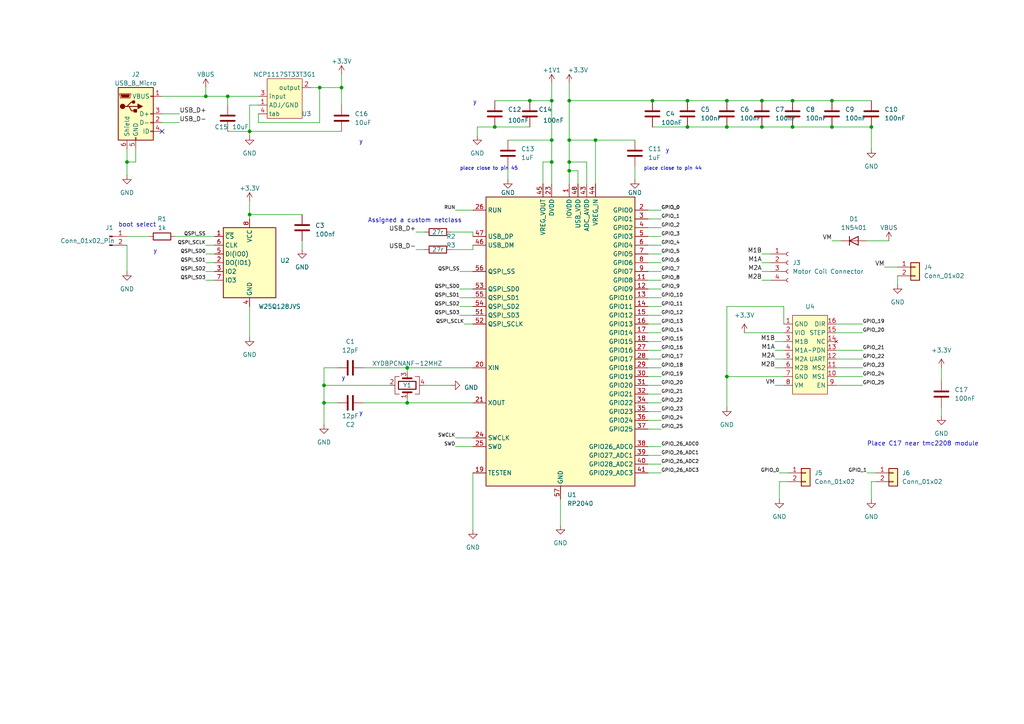
<source format=kicad_sch>
(kicad_sch (version 20230121) (generator eeschema)
  (paper "A4")
  (lib_symbols
    (symbol "CDog_Symbols:NCP1117ST33T3G"
      (property "Reference" "NCP1117ST33T3G" (at 0 0 0))
      (symbol "NCP1117ST33T3G_0_1"
        (rectangle (start 1.27 -1.27) (end 11.43 -12.7) (fill (type background)))
      )
      (symbol "NCP1117ST33T3G_1_1"
        (pin power_in line (at -1.27 -8.89 0) (length 2.54) (name "ADJ/GND") (number "1"))
        (pin power_out line (at 13.97 -3.81 180) (length 2.54) (name "output") (number "2"))
        (pin power_in line (at -1.27 -6.35 0) (length 2.54) (name "input") (number "3"))
        (pin power_in line (at -1.27 -11.43 0) (length 2.54) (name "tab") (number "4"))
      )
    )
    (symbol "CDog_symbols:TMC2208"
      (property "Reference" "U" (at 0 -11.43 0))
      (symbol "TMC2208_1_1"
        (rectangle (start -5.08 10.16) (end 5.08 -12.7) (fill (type background)))
        (pin power_in line (at -7.62 7.62 0) (length 2.54) (name "GND") (number "1"))
        (pin output line (at 7.62 -7.62 180) (length 2.54) (name "MS1") (number "10"))
        (pin output line (at 7.62 -5.08 180) (length 2.54) (name "MS2") (number "11"))
        (pin bidirectional line (at 7.62 -2.54 180) (length 2.54) (name "UART") (number "12"))
        (pin bidirectional line (at 7.62 0 180) (length 2.54) (name "PDN") (number "13"))
        (pin no_connect line (at 7.62 2.54 180) (length 2.54) (name "NC") (number "14"))
        (pin output line (at 7.62 5.08 180) (length 2.54) (name "STEP") (number "15"))
        (pin output line (at 7.62 7.62 180) (length 2.54) (name "DIR") (number "16"))
        (pin power_in line (at -7.62 5.08 0) (length 2.54) (name "VIO") (number "2"))
        (pin output line (at -7.62 2.54 0) (length 2.54) (name "M1B") (number "3"))
        (pin output line (at -7.62 0 0) (length 2.54) (name "M1A") (number "4"))
        (pin output line (at -7.62 -2.54 0) (length 2.54) (name "M2A") (number "5"))
        (pin output line (at -7.62 -5.08 0) (length 2.54) (name "M2B") (number "6"))
        (pin power_in line (at -7.62 -7.62 0) (length 2.54) (name "GND") (number "7"))
        (pin power_in line (at -7.62 -10.16 0) (length 2.54) (name "VM") (number "8"))
        (pin input line (at 7.62 -10.16 180) (length 2.54) (name "EN") (number "9"))
      )
    )
    (symbol "Connector:Conn_01x02_Pin" (pin_names (offset 1.016) hide)
      (property "Reference" "J" (at 0 2.54 0))
      (property "Value" "Conn_01x02_Pin" (at 0 -5.08 0))
      (symbol "Conn_01x02_Pin_1_1"
        (polyline (pts (xy 1.27 -2.54) (xy 0.8636 -2.54)) (stroke (width 0.1524)))
        (polyline (pts (xy 1.27 0) (xy 0.8636 0)) (stroke (width 0.1524)))
        (rectangle (start 0.8636 -2.413) (end 0 -2.667) (stroke (width 0.1524)) (fill (type outline)))
        (rectangle (start 0.8636 0.127) (end 0 -0.127) (stroke (width 0.1524)) (fill (type outline)))
        (pin passive line (at 5.08 0 180) (length 3.81) (name "Pin_1") (number "1"))
        (pin passive line (at 5.08 -2.54 180) (length 3.81) (name "Pin_2") (number "2"))
      )
    )
    (symbol "Connector:Conn_01x04_Socket" (pin_names (offset 1.016) hide)
      (property "Reference" "J" (at 0 5.08 0))
      (property "Value" "Conn_01x04_Socket" (at 0 -7.62 0))
      (symbol "Conn_01x04_Socket_1_1"
        (arc (start 0 -4.572) (mid -0.5058 -5.08) (end 0 -5.588) (stroke (width 0.1524)))
        (arc (start 0 -2.032) (mid -0.5058 -2.54) (end 0 -3.048) (stroke (width 0.1524)))
        (polyline (pts (xy -1.27 -5.08) (xy -0.508 -5.08)) (stroke (width 0.1524)))
        (polyline (pts (xy -1.27 -2.54) (xy -0.508 -2.54)) (stroke (width 0.1524)))
        (polyline (pts (xy -1.27 0) (xy -0.508 0)) (stroke (width 0.1524)))
        (polyline (pts (xy -1.27 2.54) (xy -0.508 2.54)) (stroke (width 0.1524)))
        (arc (start 0 0.508) (mid -0.5058 0) (end 0 -0.508) (stroke (width 0.1524)))
        (arc (start 0 3.048) (mid -0.5058 2.54) (end 0 2.032) (stroke (width 0.1524)))
        (pin passive line (at -5.08 2.54 0) (length 3.81) (name "Pin_1") (number "1"))
        (pin passive line (at -5.08 0 0) (length 3.81) (name "Pin_2") (number "2"))
        (pin passive line (at -5.08 -2.54 0) (length 3.81) (name "Pin_3") (number "3"))
        (pin passive line (at -5.08 -5.08 0) (length 3.81) (name "Pin_4") (number "4"))
      )
    )
    (symbol "Connector:USB_B_Micro" (pin_names (offset 1.016))
      (property "Reference" "J" (at -5.08 11.43 0))
      (property "Value" "USB_B_Micro" (at -5.08 8.89 0))
      (symbol "USB_B_Micro_0_1"
        (rectangle (start -5.08 -7.62) (end 5.08 7.62) (stroke (width 0.254)) (fill (type background)))
        (circle (center -3.81 2.159) (radius 0.635) (stroke (width 0.254)) (fill (type outline)))
        (circle (center -0.635 3.429) (radius 0.381) (stroke (width 0.254)) (fill (type outline)))
        (rectangle (start -0.127 -7.62) (end 0.127 -6.858))
        (polyline (pts (xy -1.905 2.159) (xy 0.635 2.159)) (stroke (width 0.254)))
        (polyline (pts (xy -3.175 2.159) (xy -2.54 2.159) (xy -1.27 3.429) (xy -0.635 3.429)) (stroke (width 0.254)))
        (polyline (pts (xy -2.54 2.159) (xy -1.905 2.159) (xy -1.27 0.889) (xy 0 0.889)) (stroke (width 0.254)))
        (polyline (pts (xy 0.635 2.794) (xy 0.635 1.524) (xy 1.905 2.159) (xy 0.635 2.794)) (stroke (width 0.254)) (fill (type outline)))
        (polyline (pts (xy -4.318 5.588) (xy -1.778 5.588) (xy -2.032 4.826) (xy -4.064 4.826) (xy -4.318 5.588)) (fill (type outline)))
        (polyline (pts (xy -4.699 5.842) (xy -4.699 5.588) (xy -4.445 4.826) (xy -4.445 4.572) (xy -1.651 4.572) (xy -1.651 4.826) (xy -1.397 5.588) (xy -1.397 5.842) (xy -4.699 5.842)))
        (rectangle (start 0.254 1.27) (end -0.508 0.508) (stroke (width 0.254)) (fill (type outline)))
        (rectangle (start 5.08 -5.207) (end 4.318 -4.953))
        (rectangle (start 5.08 -2.667) (end 4.318 -2.413))
        (rectangle (start 5.08 -0.127) (end 4.318 0.127))
        (rectangle (start 5.08 4.953) (end 4.318 5.207))
      )
      (symbol "USB_B_Micro_1_1"
        (pin power_out line (at 7.62 5.08 180) (length 2.54) (name "VBUS") (number "1"))
        (pin bidirectional line (at 7.62 -2.54 180) (length 2.54) (name "D-") (number "2"))
        (pin bidirectional line (at 7.62 0 180) (length 2.54) (name "D+") (number "3"))
        (pin passive line (at 7.62 -5.08 180) (length 2.54) (name "ID") (number "4"))
        (pin power_out line (at 0 -10.16 90) (length 2.54) (name "GND") (number "5"))
        (pin passive line (at -2.54 -10.16 90) (length 2.54) (name "Shield") (number "6"))
      )
    )
    (symbol "Connector_Generic:Conn_01x02" (pin_names (offset 1.016) hide)
      (property "Reference" "J" (at 0 2.54 0))
      (property "Value" "Conn_01x02" (at 0 -5.08 0))
      (symbol "Conn_01x02_1_1"
        (rectangle (start -1.27 -2.413) (end 0 -2.667) (stroke (width 0.1524)))
        (rectangle (start -1.27 0.127) (end 0 -0.127) (stroke (width 0.1524)))
        (rectangle (start -1.27 1.27) (end 1.27 -3.81) (stroke (width 0.254)) (fill (type background)))
        (pin passive line (at -5.08 0 0) (length 3.81) (name "Pin_1") (number "1"))
        (pin passive line (at -5.08 -2.54 0) (length 3.81) (name "Pin_2") (number "2"))
      )
    )
    (symbol "Device:C" (pin_numbers hide) (pin_names (offset 0.254))
      (property "Reference" "C" (at 0.635 2.54 0))
      (property "Value" "C" (at 0.635 -2.54 0))
      (symbol "C_0_1"
        (polyline (pts (xy -2.032 -0.762) (xy 2.032 -0.762)) (stroke (width 0.508)))
        (polyline (pts (xy -2.032 0.762) (xy 2.032 0.762)) (stroke (width 0.508)))
      )
      (symbol "C_1_1"
        (pin passive line (at 0 3.81 270) (length 2.794) (name "~") (number "1"))
        (pin passive line (at 0 -3.81 90) (length 2.794) (name "~") (number "2"))
      )
    )
    (symbol "Device:Crystal_GND24" (pin_names (offset 1.016) hide)
      (property "Reference" "Y" (at 3.175 5.08 0))
      (property "Value" "Crystal_GND24" (at 3.175 3.175 0))
      (symbol "Crystal_GND24_0_1"
        (rectangle (start -1.143 2.54) (end 1.143 -2.54) (stroke (width 0.3048)))
        (polyline (pts (xy -2.54 0) (xy -2.032 0)))
        (polyline (pts (xy -2.032 -1.27) (xy -2.032 1.27)) (stroke (width 0.508)))
        (polyline (pts (xy 0 -3.81) (xy 0 -3.556)))
        (polyline (pts (xy 0 3.556) (xy 0 3.81)))
        (polyline (pts (xy 2.032 -1.27) (xy 2.032 1.27)) (stroke (width 0.508)))
        (polyline (pts (xy 2.032 0) (xy 2.54 0)))
        (polyline (pts (xy -2.54 -2.286) (xy -2.54 -3.556) (xy 2.54 -3.556) (xy 2.54 -2.286)))
        (polyline (pts (xy -2.54 2.286) (xy -2.54 3.556) (xy 2.54 3.556) (xy 2.54 2.286)))
      )
      (symbol "Crystal_GND24_1_1"
        (pin passive line (at -3.81 0 0) (length 1.27) (name "1") (number "1"))
        (pin passive line (at 0 5.08 270) (length 1.27) (name "2") (number "2"))
        (pin passive line (at 3.81 0 180) (length 1.27) (name "3") (number "3"))
        (pin passive line (at 0 -5.08 90) (length 1.27) (name "4") (number "4"))
      )
    )
    (symbol "Device:R" (pin_numbers hide) (pin_names (offset 0))
      (property "Reference" "R" (at 2.032 0 90))
      (property "Value" "R" (at 0 0 90))
      (symbol "R_0_1"
        (rectangle (start -1.016 -2.54) (end 1.016 2.54) (stroke (width 0.254)))
      )
      (symbol "R_1_1"
        (pin passive line (at 0 3.81 270) (length 1.27) (name "~") (number "1"))
        (pin passive line (at 0 -3.81 90) (length 1.27) (name "~") (number "2"))
      )
    )
    (symbol "Diode:1N5401" (pin_numbers hide) (pin_names hide)
      (property "Reference" "D" (at 0 2.54 0))
      (property "Value" "1N5401" (at 0 -2.54 0))
      (symbol "1N5401_0_1"
        (polyline (pts (xy -1.27 1.27) (xy -1.27 -1.27)) (stroke (width 0.254)))
        (polyline (pts (xy 1.27 0) (xy -1.27 0)))
        (polyline (pts (xy 1.27 1.27) (xy 1.27 -1.27) (xy -1.27 0) (xy 1.27 1.27)) (stroke (width 0.254)))
      )
      (symbol "1N5401_1_1"
        (pin passive line (at -3.81 0 0) (length 2.54) (name "K") (number "1"))
        (pin passive line (at 3.81 0 180) (length 2.54) (name "A") (number "2"))
      )
    )
    (symbol "MCU_RaspberryPi:RP2040"
      (property "Reference" "U" (at 17.78 45.72 0))
      (property "Value" "RP2040" (at 17.78 43.18 0))
      (symbol "RP2040_0_1"
        (rectangle (start -21.59 41.91) (end 21.59 -41.91) (stroke (width 0.254)) (fill (type background)))
      )
      (symbol "RP2040_1_1"
        (pin power_in line (at 2.54 45.72 270) (length 3.81) (name "IOVDD") (number "1"))
        (pin passive line (at 2.54 45.72 270) (length 3.81) hide (name "IOVDD") (number "10"))
        (pin bidirectional line (at 25.4 17.78 180) (length 3.81) (name "GPIO8") (number "11"))
        (pin bidirectional line (at 25.4 15.24 180) (length 3.81) (name "GPIO9") (number "12"))
        (pin bidirectional line (at 25.4 12.7 180) (length 3.81) (name "GPIO10") (number "13"))
        (pin bidirectional line (at 25.4 10.16 180) (length 3.81) (name "GPIO11") (number "14"))
        (pin bidirectional line (at 25.4 7.62 180) (length 3.81) (name "GPIO12") (number "15"))
        (pin bidirectional line (at 25.4 5.08 180) (length 3.81) (name "GPIO13") (number "16"))
        (pin bidirectional line (at 25.4 2.54 180) (length 3.81) (name "GPIO14") (number "17"))
        (pin bidirectional line (at 25.4 0 180) (length 3.81) (name "GPIO15") (number "18"))
        (pin input line (at -25.4 -38.1 0) (length 3.81) (name "TESTEN") (number "19"))
        (pin bidirectional line (at 25.4 38.1 180) (length 3.81) (name "GPIO0") (number "2"))
        (pin input line (at -25.4 -7.62 0) (length 3.81) (name "XIN") (number "20"))
        (pin passive line (at -25.4 -17.78 0) (length 3.81) (name "XOUT") (number "21"))
        (pin passive line (at 2.54 45.72 270) (length 3.81) hide (name "IOVDD") (number "22"))
        (pin power_in line (at -2.54 45.72 270) (length 3.81) (name "DVDD") (number "23"))
        (pin output line (at -25.4 -27.94 0) (length 3.81) (name "SWCLK") (number "24"))
        (pin bidirectional line (at -25.4 -30.48 0) (length 3.81) (name "SWD") (number "25"))
        (pin input line (at -25.4 38.1 0) (length 3.81) (name "RUN") (number "26"))
        (pin bidirectional line (at 25.4 -2.54 180) (length 3.81) (name "GPIO16") (number "27"))
        (pin bidirectional line (at 25.4 -5.08 180) (length 3.81) (name "GPIO17") (number "28"))
        (pin bidirectional line (at 25.4 -7.62 180) (length 3.81) (name "GPIO18") (number "29"))
        (pin bidirectional line (at 25.4 35.56 180) (length 3.81) (name "GPIO1") (number "3"))
        (pin bidirectional line (at 25.4 -10.16 180) (length 3.81) (name "GPIO19") (number "30"))
        (pin bidirectional line (at 25.4 -12.7 180) (length 3.81) (name "GPIO20") (number "31"))
        (pin bidirectional line (at 25.4 -15.24 180) (length 3.81) (name "GPIO21") (number "32"))
        (pin passive line (at 2.54 45.72 270) (length 3.81) hide (name "IOVDD") (number "33"))
        (pin bidirectional line (at 25.4 -17.78 180) (length 3.81) (name "GPIO22") (number "34"))
        (pin bidirectional line (at 25.4 -20.32 180) (length 3.81) (name "GPIO23") (number "35"))
        (pin bidirectional line (at 25.4 -22.86 180) (length 3.81) (name "GPIO24") (number "36"))
        (pin bidirectional line (at 25.4 -25.4 180) (length 3.81) (name "GPIO25") (number "37"))
        (pin bidirectional line (at 25.4 -30.48 180) (length 3.81) (name "GPIO26_ADC0") (number "38"))
        (pin bidirectional line (at 25.4 -33.02 180) (length 3.81) (name "GPIO27_ADC1") (number "39"))
        (pin bidirectional line (at 25.4 33.02 180) (length 3.81) (name "GPIO2") (number "4"))
        (pin bidirectional line (at 25.4 -35.56 180) (length 3.81) (name "GPIO28_ADC2") (number "40"))
        (pin bidirectional line (at 25.4 -38.1 180) (length 3.81) (name "GPIO29_ADC3") (number "41"))
        (pin passive line (at 2.54 45.72 270) (length 3.81) hide (name "IOVDD") (number "42"))
        (pin power_in line (at 7.62 45.72 270) (length 3.81) (name "ADC_AVDD") (number "43"))
        (pin power_in line (at 10.16 45.72 270) (length 3.81) (name "VREG_IN") (number "44"))
        (pin power_out line (at -5.08 45.72 270) (length 3.81) (name "VREG_VOUT") (number "45"))
        (pin bidirectional line (at -25.4 27.94 0) (length 3.81) (name "USB_DM") (number "46"))
        (pin bidirectional line (at -25.4 30.48 0) (length 3.81) (name "USB_DP") (number "47"))
        (pin power_in line (at 5.08 45.72 270) (length 3.81) (name "USB_VDD") (number "48"))
        (pin passive line (at 2.54 45.72 270) (length 3.81) hide (name "IOVDD") (number "49"))
        (pin bidirectional line (at 25.4 30.48 180) (length 3.81) (name "GPIO3") (number "5"))
        (pin passive line (at -2.54 45.72 270) (length 3.81) hide (name "DVDD") (number "50"))
        (pin bidirectional line (at -25.4 7.62 0) (length 3.81) (name "QSPI_SD3") (number "51"))
        (pin output line (at -25.4 5.08 0) (length 3.81) (name "QSPI_SCLK") (number "52"))
        (pin bidirectional line (at -25.4 15.24 0) (length 3.81) (name "QSPI_SD0") (number "53"))
        (pin bidirectional line (at -25.4 10.16 0) (length 3.81) (name "QSPI_SD2") (number "54"))
        (pin bidirectional line (at -25.4 12.7 0) (length 3.81) (name "QSPI_SD1") (number "55"))
        (pin bidirectional line (at -25.4 20.32 0) (length 3.81) (name "QSPI_SS") (number "56"))
        (pin power_in line (at 0 -45.72 90) (length 3.81) (name "GND") (number "57"))
        (pin bidirectional line (at 25.4 27.94 180) (length 3.81) (name "GPIO4") (number "6"))
        (pin bidirectional line (at 25.4 25.4 180) (length 3.81) (name "GPIO5") (number "7"))
        (pin bidirectional line (at 25.4 22.86 180) (length 3.81) (name "GPIO6") (number "8"))
        (pin bidirectional line (at 25.4 20.32 180) (length 3.81) (name "GPIO7") (number "9"))
      )
    )
    (symbol "Memory_Flash:W25Q128JVS"
      (property "Reference" "U" (at -8.89 8.89 0))
      (property "Value" "W25Q128JVS" (at 7.62 8.89 0))
      (symbol "W25Q128JVS_0_1"
        (rectangle (start -7.62 10.16) (end 7.62 -10.16) (stroke (width 0.254)) (fill (type background)))
      )
      (symbol "W25Q128JVS_1_1"
        (pin input line (at -10.16 7.62 0) (length 2.54) (name "~{CS}") (number "1"))
        (pin bidirectional line (at -10.16 0 0) (length 2.54) (name "DO(IO1)") (number "2"))
        (pin bidirectional line (at -10.16 -2.54 0) (length 2.54) (name "IO2") (number "3"))
        (pin power_in line (at 0 -12.7 90) (length 2.54) (name "GND") (number "4"))
        (pin bidirectional line (at -10.16 2.54 0) (length 2.54) (name "DI(IO0)") (number "5"))
        (pin input line (at -10.16 5.08 0) (length 2.54) (name "CLK") (number "6"))
        (pin bidirectional line (at -10.16 -5.08 0) (length 2.54) (name "IO3") (number "7"))
        (pin power_in line (at 0 12.7 270) (length 2.54) (name "VCC") (number "8"))
      )
    )
    (symbol "power:+1V1" (power) (pin_names (offset 0))
      (property "Value" "+1V1" (at 0 3.556 0))
      (symbol "+1V1_0_1"
        (polyline (pts (xy -0.762 1.27) (xy 0 2.54)))
        (polyline (pts (xy 0 0) (xy 0 2.54)))
        (polyline (pts (xy 0 2.54) (xy 0.762 1.27)))
      )
      (symbol "+1V1_1_1"
        (pin power_in line (at 0 0 90) (length 0) hide (name "+1V1") (number "1"))
      )
    )
    (symbol "power:+3.3V" (power) (pin_names (offset 0))
      (property "Value" "+3.3V" (at 0 3.556 0))
      (symbol "+3.3V_0_1"
        (polyline (pts (xy -0.762 1.27) (xy 0 2.54)))
        (polyline (pts (xy 0 0) (xy 0 2.54)))
        (polyline (pts (xy 0 2.54) (xy 0.762 1.27)))
      )
      (symbol "+3.3V_1_1"
        (pin power_in line (at 0 0 90) (length 0) hide (name "+3.3V") (number "1"))
      )
    )
    (symbol "power:GND" (power) (pin_names (offset 0))
      (property "Value" "GND" (at 0 -3.81 0))
      (symbol "GND_0_1"
        (polyline (pts (xy 0 0) (xy 0 -1.27) (xy 1.27 -1.27) (xy 0 -2.54) (xy -1.27 -1.27) (xy 0 -1.27)))
      )
      (symbol "GND_1_1"
        (pin power_in line (at 0 0 270) (length 0) hide (name "GND") (number "1"))
      )
    )
    (symbol "power:VBUS" (power) (pin_names (offset 0))
      (property "Value" "VBUS" (at 0 3.81 0))
      (symbol "VBUS_0_1"
        (polyline (pts (xy -0.762 1.27) (xy 0 2.54)))
        (polyline (pts (xy 0 0) (xy 0 2.54)))
        (polyline (pts (xy 0 2.54) (xy 0.762 1.27)))
      )
      (symbol "VBUS_1_1"
        (pin power_in line (at 0 0 90) (length 0) hide (name "VBUS") (number "1"))
      )
    )
  )
  (junction (at 199.39 29.21))
  (junction (at 210.82 109.22))
  (junction (at 241.3 36.83))
  (junction (at 66.04 27.94))
  (junction (at 118.11 106.68))
  (junction (at 160.02 46.99))
  (junction (at 36.83 46.99))
  (junction (at 172.72 40.64))
  (junction (at 93.98 116.84))
  (junction (at 210.82 36.83))
  (junction (at 199.39 36.83))
  (junction (at 241.3 29.21))
  (junction (at 165.1 49.53))
  (junction (at 160.02 29.21))
  (junction (at 93.98 111.76))
  (junction (at 220.98 36.83))
  (junction (at 153.67 29.21))
  (junction (at 210.82 29.21))
  (junction (at 220.98 29.21))
  (junction (at 59.69 27.94))
  (junction (at 189.23 29.21))
  (junction (at 143.51 36.83))
  (junction (at 229.87 36.83))
  (junction (at 165.1 40.64))
  (junction (at 165.1 46.99))
  (junction (at 229.87 29.21))
  (junction (at 165.1 29.21))
  (junction (at 99.06 25.4))
  (junction (at 72.39 38.1))
  (junction (at 118.11 116.84))
  (junction (at 160.02 40.64))
  (junction (at 252.73 36.83))
  (junction (at 72.39 62.23))
  (junction (at 92.71 25.4))
  (no_connect (at 46.99 38.1))
  (wire (pts (xy 187.96 132.08) (xy 191.77 132.08)))
  (wire (pts (xy 187.96 137.16) (xy 191.77 137.16)))
  (wire (pts (xy 215.9 96.52) (xy 227.33 96.52)))
  (wire (pts (xy 170.18 53.34) (xy 170.18 46.99)))
  (wire (pts (xy 160.02 40.64) (xy 160.02 46.99)))
  (wire (pts (xy 184.15 48.26) (xy 184.15 52.07)))
  (wire (pts (xy 187.96 60.96) (xy 191.77 60.96)))
  (wire (pts (xy 229.87 36.83) (xy 241.3 36.83)))
  (wire (pts (xy 157.48 46.99) (xy 160.02 46.99)))
  (wire (pts (xy 120.65 67.31) (xy 123.19 67.31)))
  (wire (pts (xy 153.67 29.21) (xy 160.02 29.21)))
  (wire (pts (xy 187.96 104.14) (xy 191.77 104.14)))
  (wire (pts (xy 147.32 40.64) (xy 160.02 40.64)))
  (wire (pts (xy 252.73 36.83) (xy 252.73 43.18)))
  (wire (pts (xy 36.83 71.12) (xy 36.83 78.74)))
  (wire (pts (xy 36.83 46.99) (xy 36.83 50.8)))
  (wire (pts (xy 160.02 29.21) (xy 160.02 40.64)))
  (wire (pts (xy 242.57 101.6) (xy 250.19 101.6)))
  (wire (pts (xy 226.06 137.16) (xy 228.6 137.16)))
  (wire (pts (xy 220.98 81.28) (xy 223.52 81.28)))
  (wire (pts (xy 97.79 106.68) (xy 93.98 106.68)))
  (wire (pts (xy 74.93 35.56) (xy 74.93 33.02)))
  (wire (pts (xy 36.83 46.99) (xy 39.37 46.99)))
  (wire (pts (xy 157.48 53.34) (xy 157.48 46.99)))
  (wire (pts (xy 97.79 116.84) (xy 93.98 116.84)))
  (wire (pts (xy 187.96 68.58) (xy 191.77 68.58)))
  (wire (pts (xy 273.05 106.68) (xy 273.05 110.49)))
  (wire (pts (xy 220.98 73.66) (xy 223.52 73.66)))
  (wire (pts (xy 187.96 111.76) (xy 191.77 111.76)))
  (wire (pts (xy 224.79 106.68) (xy 227.33 106.68)))
  (wire (pts (xy 74.93 30.48) (xy 72.39 30.48)))
  (wire (pts (xy 224.79 99.06) (xy 227.33 99.06)))
  (wire (pts (xy 220.98 76.2) (xy 223.52 76.2)))
  (wire (pts (xy 59.69 27.94) (xy 66.04 27.94)))
  (wire (pts (xy 162.56 144.78) (xy 162.56 152.4)))
  (wire (pts (xy 93.98 111.76) (xy 113.03 111.76)))
  (wire (pts (xy 187.96 71.12) (xy 191.77 71.12)))
  (wire (pts (xy 224.79 101.6) (xy 227.33 101.6)))
  (wire (pts (xy 187.96 116.84) (xy 191.77 116.84)))
  (wire (pts (xy 242.57 109.22) (xy 250.19 109.22)))
  (wire (pts (xy 147.32 48.26) (xy 147.32 52.07)))
  (wire (pts (xy 220.98 78.74) (xy 223.52 78.74)))
  (wire (pts (xy 165.1 29.21) (xy 165.1 40.64)))
  (wire (pts (xy 118.11 116.84) (xy 118.11 115.57)))
  (wire (pts (xy 187.96 134.62) (xy 191.77 134.62)))
  (wire (pts (xy 39.37 43.18) (xy 39.37 46.99)))
  (wire (pts (xy 92.71 25.4) (xy 92.71 35.56)))
  (wire (pts (xy 189.23 29.21) (xy 199.39 29.21)))
  (wire (pts (xy 66.04 27.94) (xy 74.93 27.94)))
  (wire (pts (xy 226.06 139.7) (xy 226.06 144.78)))
  (wire (pts (xy 72.39 62.23) (xy 72.39 63.5)))
  (wire (pts (xy 36.83 68.58) (xy 43.18 68.58)))
  (wire (pts (xy 59.69 73.66) (xy 62.23 73.66)))
  (wire (pts (xy 137.16 116.84) (xy 118.11 116.84)))
  (wire (pts (xy 251.46 69.85) (xy 257.81 69.85)))
  (wire (pts (xy 99.06 30.48) (xy 99.06 25.4)))
  (wire (pts (xy 242.57 111.76) (xy 250.19 111.76)))
  (wire (pts (xy 143.51 29.21) (xy 153.67 29.21)))
  (wire (pts (xy 46.99 33.02) (xy 52.07 33.02)))
  (wire (pts (xy 72.39 58.42) (xy 72.39 62.23)))
  (wire (pts (xy 241.3 69.85) (xy 243.84 69.85)))
  (wire (pts (xy 242.57 104.14) (xy 250.19 104.14)))
  (wire (pts (xy 160.02 46.99) (xy 160.02 53.34)))
  (wire (pts (xy 165.1 24.13) (xy 165.1 29.21)))
  (wire (pts (xy 242.57 93.98) (xy 250.19 93.98)))
  (wire (pts (xy 137.16 68.58) (xy 137.16 67.31)))
  (wire (pts (xy 187.96 83.82) (xy 191.77 83.82)))
  (wire (pts (xy 210.82 29.21) (xy 220.98 29.21)))
  (wire (pts (xy 187.96 114.3) (xy 191.77 114.3)))
  (wire (pts (xy 120.65 72.39) (xy 123.19 72.39)))
  (wire (pts (xy 187.96 109.22) (xy 191.77 109.22)))
  (wire (pts (xy 59.69 78.74) (xy 62.23 78.74)))
  (wire (pts (xy 137.16 137.16) (xy 137.16 153.67)))
  (wire (pts (xy 165.1 40.64) (xy 172.72 40.64)))
  (wire (pts (xy 187.96 119.38) (xy 191.77 119.38)))
  (wire (pts (xy 134.62 93.98) (xy 137.16 93.98)))
  (wire (pts (xy 256.54 77.47) (xy 260.35 77.47)))
  (wire (pts (xy 59.69 25.4) (xy 59.69 27.94)))
  (wire (pts (xy 187.96 78.74) (xy 191.77 78.74)))
  (wire (pts (xy 137.16 71.12) (xy 137.16 72.39)))
  (wire (pts (xy 187.96 99.06) (xy 191.77 99.06)))
  (wire (pts (xy 260.35 80.01) (xy 260.35 82.55)))
  (wire (pts (xy 224.79 104.14) (xy 227.33 104.14)))
  (wire (pts (xy 133.35 78.74) (xy 137.16 78.74)))
  (wire (pts (xy 187.96 86.36) (xy 191.77 86.36)))
  (wire (pts (xy 273.05 118.11) (xy 273.05 120.65)))
  (wire (pts (xy 132.08 129.54) (xy 137.16 129.54)))
  (wire (pts (xy 170.18 46.99) (xy 165.1 46.99)))
  (wire (pts (xy 187.96 66.04) (xy 191.77 66.04)))
  (wire (pts (xy 241.3 36.83) (xy 252.73 36.83)))
  (wire (pts (xy 242.57 96.52) (xy 250.19 96.52)))
  (wire (pts (xy 133.35 88.9) (xy 137.16 88.9)))
  (wire (pts (xy 189.23 36.83) (xy 199.39 36.83)))
  (wire (pts (xy 172.72 40.64) (xy 184.15 40.64)))
  (wire (pts (xy 59.69 81.28) (xy 62.23 81.28)))
  (wire (pts (xy 105.41 106.68) (xy 118.11 106.68)))
  (wire (pts (xy 165.1 40.64) (xy 165.1 46.99)))
  (wire (pts (xy 59.69 71.12) (xy 62.23 71.12)))
  (wire (pts (xy 187.96 101.6) (xy 191.77 101.6)))
  (wire (pts (xy 187.96 73.66) (xy 191.77 73.66)))
  (wire (pts (xy 138.43 36.83) (xy 138.43 39.37)))
  (wire (pts (xy 132.08 127) (xy 137.16 127)))
  (wire (pts (xy 242.57 106.68) (xy 250.19 106.68)))
  (wire (pts (xy 210.82 109.22) (xy 227.33 109.22)))
  (wire (pts (xy 133.35 91.44) (xy 137.16 91.44)))
  (wire (pts (xy 123.19 111.76) (xy 130.81 111.76)))
  (wire (pts (xy 105.41 116.84) (xy 118.11 116.84)))
  (wire (pts (xy 210.82 109.22) (xy 210.82 118.11)))
  (wire (pts (xy 72.39 88.9) (xy 72.39 97.79)))
  (wire (pts (xy 252.73 139.7) (xy 252.73 144.78)))
  (wire (pts (xy 229.87 29.21) (xy 241.3 29.21)))
  (wire (pts (xy 187.96 106.68) (xy 191.77 106.68)))
  (wire (pts (xy 72.39 30.48) (xy 72.39 38.1)))
  (wire (pts (xy 227.33 93.98) (xy 227.33 88.9)))
  (wire (pts (xy 187.96 76.2) (xy 191.77 76.2)))
  (wire (pts (xy 87.63 69.85) (xy 87.63 72.39)))
  (wire (pts (xy 133.35 86.36) (xy 137.16 86.36)))
  (wire (pts (xy 137.16 72.39) (xy 130.81 72.39)))
  (wire (pts (xy 66.04 38.1) (xy 72.39 38.1)))
  (wire (pts (xy 167.64 49.53) (xy 165.1 49.53)))
  (wire (pts (xy 59.69 76.2) (xy 62.23 76.2)))
  (wire (pts (xy 46.99 35.56) (xy 52.07 35.56)))
  (wire (pts (xy 187.96 63.5) (xy 191.77 63.5)))
  (wire (pts (xy 99.06 21.59) (xy 99.06 25.4)))
  (wire (pts (xy 93.98 116.84) (xy 93.98 123.19)))
  (wire (pts (xy 199.39 36.83) (xy 210.82 36.83)))
  (wire (pts (xy 72.39 38.1) (xy 72.39 39.37)))
  (wire (pts (xy 254 139.7) (xy 252.73 139.7)))
  (wire (pts (xy 224.79 111.76) (xy 227.33 111.76)))
  (wire (pts (xy 187.96 81.28) (xy 191.77 81.28)))
  (wire (pts (xy 199.39 29.21) (xy 210.82 29.21)))
  (wire (pts (xy 143.51 36.83) (xy 138.43 36.83)))
  (wire (pts (xy 228.6 139.7) (xy 226.06 139.7)))
  (wire (pts (xy 72.39 62.23) (xy 87.63 62.23)))
  (wire (pts (xy 187.96 93.98) (xy 191.77 93.98)))
  (wire (pts (xy 172.72 40.64) (xy 172.72 53.34)))
  (wire (pts (xy 241.3 29.21) (xy 252.73 29.21)))
  (wire (pts (xy 227.33 88.9) (xy 210.82 88.9)))
  (wire (pts (xy 92.71 25.4) (xy 99.06 25.4)))
  (wire (pts (xy 220.98 36.83) (xy 229.87 36.83)))
  (wire (pts (xy 187.96 129.54) (xy 191.77 129.54)))
  (wire (pts (xy 133.35 83.82) (xy 137.16 83.82)))
  (wire (pts (xy 220.98 29.21) (xy 229.87 29.21)))
  (wire (pts (xy 36.83 43.18) (xy 36.83 46.99)))
  (wire (pts (xy 165.1 29.21) (xy 189.23 29.21)))
  (wire (pts (xy 251.46 137.16) (xy 254 137.16)))
  (wire (pts (xy 143.51 36.83) (xy 153.67 36.83)))
  (wire (pts (xy 93.98 111.76) (xy 93.98 116.84)))
  (wire (pts (xy 165.1 49.53) (xy 165.1 46.99)))
  (wire (pts (xy 118.11 106.68) (xy 118.11 107.95)))
  (wire (pts (xy 66.04 27.94) (xy 66.04 30.48)))
  (wire (pts (xy 46.99 27.94) (xy 59.69 27.94)))
  (wire (pts (xy 93.98 106.68) (xy 93.98 111.76)))
  (wire (pts (xy 50.8 68.58) (xy 62.23 68.58)))
  (wire (pts (xy 92.71 35.56) (xy 74.93 35.56)))
  (wire (pts (xy 160.02 24.13) (xy 160.02 29.21)))
  (wire (pts (xy 165.1 53.34) (xy 165.1 49.53)))
  (wire (pts (xy 210.82 36.83) (xy 220.98 36.83)))
  (wire (pts (xy 187.96 96.52) (xy 191.77 96.52)))
  (wire (pts (xy 137.16 67.31) (xy 130.81 67.31)))
  (wire (pts (xy 72.39 38.1) (xy 99.06 38.1)))
  (wire (pts (xy 167.64 53.34) (xy 167.64 49.53)))
  (wire (pts (xy 90.17 25.4) (xy 92.71 25.4)))
  (wire (pts (xy 187.96 91.44) (xy 191.77 91.44)))
  (wire (pts (xy 137.16 106.68) (xy 118.11 106.68)))
  (wire (pts (xy 210.82 88.9) (xy 210.82 109.22)))
  (wire (pts (xy 187.96 121.92) (xy 191.77 121.92)))
  (wire (pts (xy 187.96 88.9) (xy 191.77 88.9)))
  (wire (pts (xy 132.08 60.96) (xy 137.16 60.96)))
  (wire (pts (xy 187.96 124.46) (xy 191.77 124.46)))
  (text "y" (at 137.16 30.48 0) (effects (font (size 1.27 1.27)) (justify left bottom)))
  (text "place close to pin 45" (at 133.35 49.53 0) (effects (font (size 1 1)) (justify left bottom)))
  (text "Place C17 near tmc2208 module" (at 251.46 129.54 0) (effects (font (size 1.27 1.27)) (justify left bottom)))
  (text "y" (at 104.14 41.91 0) (effects (font (size 1.27 1.27)) (justify left bottom)))
  (text "boot select" (at 34.29 66.04 0) (effects (font (size 1.27 1.27)) (justify left bottom)))
  (text "y" (at 193.04 44.45 0) (effects (font (size 1.27 1.27)) (justify left bottom)))
  (text "y" (at 44.45 73.66 0) (effects (font (size 1.27 1.27)) (justify left bottom)))
  (text "place close to pin 44" (at 186.69 49.53 0) (effects (font (size 1 1)) (justify left bottom)))
  (text "Assigned a custom netclass" (at 106.68 64.77 0) (effects (font (size 1.27 1.27)) (justify left bottom)))
  (text "y" (at 104.14 120.65 0) (effects (font (size 1.27 1.27)) (justify left bottom)))
  (text "y" (at 99.06 110.49 0) (effects (font (size 1.27 1.27)) (justify left bottom)))
  (label "GPIO_5" (at 191.77 73.66 0) (effects (font (size 1 1))))
  (label "USB_D+" (at 52.07 33.02 0))
  (label "GPIO_11" (at 191.77 88.9 0) (effects (font (size 1 1))))
  (label "GPIO_21" (at 191.77 114.3 0) (effects (font (size 1 1))))
  (label "GPIO_12" (at 191.77 91.44 0) (effects (font (size 1 1))))
  (label "GPIO_26_ADC1" (at 191.77 132.08 0) (effects (font (size 1 1))))
  (label "GPIO_15" (at 191.77 99.06 0) (effects (font (size 1 1))))
  (label "GPIO_16" (at 191.77 101.6 0) (effects (font (size 1 1))))
  (label "GPIO_26_ADC0" (at 191.77 129.54 0) (effects (font (size 1 1))))
  (label "GPIO_9" (at 191.77 83.82 0) (effects (font (size 1 1))))
  (label "GPIO_4" (at 191.77 71.12 0) (effects (font (size 1 1))))
  (label "RUN" (at 132.08 60.96 180) (effects (font (size 1 1))))
  (label "QSPI_SD0" (at 133.35 83.82 180) (effects (font (size 1 1))))
  (label "QSPI_SCLK" (at 134.62 93.98 180) (effects (font (size 1 1))))
  (label "GPIO_21" (at 250.19 101.6 0) (effects (font (size 1 1))))
  (label "GPIO_18" (at 191.77 106.68 0) (effects (font (size 1 1))))
  (label "GPIO_24" (at 191.77 121.92 0) (effects (font (size 1 1))))
  (label "VM" (at 256.54 77.47 180))
  (label "GPIO_19" (at 250.19 93.98 0) (effects (font (size 1 1))))
  (label "GPIO_24" (at 250.19 109.22 0) (effects (font (size 1 1))))
  (label "VM" (at 241.3 69.85 180))
  (label "QSPI_SS" (at 133.35 78.74 180) (effects (font (size 1 1))))
  (label "USB_D-" (at 120.65 72.39 180))
  (label "GPIO_1" (at 251.46 137.16 180) (effects (font (size 1 1))))
  (label "USB_D-" (at 52.07 35.56 0))
  (label "GPIO_17" (at 191.77 104.14 0) (effects (font (size 1 1))))
  (label "GPIO_23" (at 250.19 106.68 0) (effects (font (size 1 1))))
  (label "GPIO_19" (at 191.77 109.22 0) (effects (font (size 1 1))))
  (label "QSPI_SCLK" (at 59.69 71.12 180) (effects (font (size 1 1))))
  (label "GPIO_7" (at 191.77 78.74 0) (effects (font (size 1 1))))
  (label "QSPI_SD3" (at 133.35 91.44 180) (effects (font (size 1 1))))
  (label "GPIO_26_ADC3" (at 191.77 137.16 0) (effects (font (size 1 1))))
  (label "GPIO_1" (at 191.77 63.5 0) (effects (font (size 1 1))))
  (label "SWCLK" (at 132.08 127 180) (effects (font (size 1 1))))
  (label "VM" (at 224.79 111.76 180))
  (label "GPIO_2" (at 191.77 66.04 0) (effects (font (size 1 1))))
  (label "GPIO_20" (at 191.77 111.76 0) (effects (font (size 1 1))))
  (label "SWD" (at 132.08 129.54 180) (effects (font (size 1 1))))
  (label "M2A" (at 224.79 104.14 180))
  (label "M1B" (at 224.79 99.06 180))
  (label "GPIO_0" (at 191.77 60.96 0) (effects (font (size 1 1))))
  (label "QSPI_SD1" (at 133.35 86.36 180) (effects (font (size 1 1))))
  (label "QSPI_SS" (at 59.69 68.58 180) (effects (font (size 1 1))))
  (label "GPIO_20" (at 250.19 96.52 0) (effects (font (size 1 1))))
  (label "GPIO_14" (at 191.77 96.52 0) (effects (font (size 1 1))))
  (label "M2B" (at 224.79 106.68 180))
  (label "QSPI_SD2" (at 133.35 88.9 180) (effects (font (size 1 1))))
  (label "M2B" (at 220.98 81.28 180))
  (label "GPIO_0" (at 226.06 137.16 180) (effects (font (size 1 1))))
  (label "GPIO_10" (at 191.77 86.36 0) (effects (font (size 1 1))))
  (label "GPIO_25" (at 250.19 111.76 0) (effects (font (size 1 1))))
  (label "USB_D+" (at 120.65 67.31 180))
  (label "QSPI_SD0" (at 59.69 73.66 180) (effects (font (size 1 1))))
  (label "QSPI_SD2" (at 59.69 78.74 180) (effects (font (size 1 1))))
  (label "GPIO_22" (at 250.19 104.14 0) (effects (font (size 1 1))))
  (label "GPIO_26_ADC2" (at 191.77 134.62 0) (effects (font (size 1 1))))
  (label "GPIO_23" (at 191.77 119.38 0) (effects (font (size 1 1))))
  (label "GPIO_6" (at 191.77 76.2 0) (effects (font (size 1 1))))
  (label "QSPI_SD1" (at 59.69 76.2 180) (effects (font (size 1 1))))
  (label "GPIO_0" (at 191.77 60.96 0) (effects (font (size 1 1))))
  (label "M1A" (at 224.79 101.6 180))
  (label "M1A" (at 220.98 76.2 180))
  (label "GPIO_3" (at 191.77 68.58 0) (effects (font (size 1 1))))
  (label "GPIO_25" (at 191.77 124.46 0) (effects (font (size 1 1))))
  (label "M2A" (at 220.98 78.74 180))
  (label "GPIO_22" (at 191.77 116.84 0) (effects (font (size 1 1))))
  (label "QSPI_SD3" (at 59.69 81.28 180) (effects (font (size 1 1))))
  (label "GPIO_8" (at 191.77 81.28 0) (effects (font (size 1 1))))
  (label "GPIO_13" (at 191.77 93.98 0) (effects (font (size 1 1))))
  (label "M1B" (at 220.98 73.66 180))
  (symbol (lib_id "power:GND") (at 137.16 153.67 0) (unit 1)
    (property "Reference" "#PWR017" (effects hide))
    (property "Value" "GND" (at 137.16 158.75 0))
  )
  (symbol (lib_id "Device:C") (at 210.82 33.02 0) (unit 1)
    (property "Reference" "C6" (at 214.63 31.75 0) (effects (justify left)))
    (property "Value" "100nF" (at 214.63 34.29 0) (effects (justify left)))
    (property "Footprint" "Capacitor_SMD:C_0402_1005Metric" (effects hide))
    (property "LCSC" "C1525" (effects hide))
  )
  (symbol (lib_id "power:GND") (at 72.39 97.79 0) (unit 1)
    (property "Reference" "#PWR03" (effects hide))
    (property "Value" "GND" (at 72.39 102.87 0))
  )
  (symbol (lib_id "Connector:USB_B_Micro") (at 39.37 33.02 0) (unit 1)
    (property "Reference" "J2" (at 39.37 21.59 0))
    (property "Value" "USB_B_Micro" (at 39.37 24.13 0))
    (property "Footprint" "CDog:MICRO-USB-SMD_C393940" (effects hide))
    (property "LCSC" "C393940" (effects hide))
  )
  (symbol (lib_id "Device:R") (at 127 72.39 270) (unit 1)
    (property "Reference" "R3" (at 130.81 71.12 90))
    (property "Value" "27r" (at 127 72.39 90))
    (property "Footprint" "Resistor_SMD:R_0402_1005Metric" (effects hide))
    (property "LCSC" "C2909343" (effects hide))
  )
  (symbol (lib_id "Connector:Conn_01x02_Pin") (at 31.75 68.58 0) (unit 1)
    (property "Reference" "J1" (at 31.75 66.04 0))
    (property "Value" "Conn_01x02_Pin" (at 25.4 69.85 0))
    (property "Footprint" "Connector_PinHeader_2.54mm:PinHeader_1x02_P2.54mm_Vertical" (effects hide))
  )
  (symbol (lib_id "power:GND") (at 130.81 111.76 90) (unit 1)
    (property "Reference" "#PWR01" (effects hide))
    (property "Value" "GND" (at 134.62 112.395 90) (effects (justify right)))
  )
  (symbol (lib_id "Device:C") (at 220.98 33.02 0) (unit 1)
    (property "Reference" "C7" (at 224.79 31.75 0) (effects (justify left)))
    (property "Value" "100nF" (at 224.79 34.29 0) (effects (justify left)))
    (property "Footprint" "Capacitor_SMD:C_0402_1005Metric" (effects hide))
    (property "LCSC" "C1525" (effects hide))
  )
  (symbol (lib_id "power:GND") (at 93.98 123.19 0) (unit 1)
    (property "Reference" "#PWR02" (effects hide))
    (property "Value" "GND" (at 93.98 128.27 0))
  )
  (symbol (lib_id "power:+3.3V") (at 72.39 58.42 0) (unit 1)
    (property "Reference" "#PWR04" (effects hide))
    (property "Value" "+3.3V" (at 72.39 54.61 0))
  )
  (symbol (lib_id "Diode:1N5401") (at 247.65 69.85 0) (unit 1)
    (property "Reference" "D1" (at 247.65 63.5 0))
    (property "Value" "1N5401" (at 247.65 66.04 0))
    (property "Footprint" "CDog:Diode_Schottky_SMB(DO-214AA)" (effects hide))
    (property "Datasheet" "http://www.vishay.com/docs/88516/1n5400.pdf" (effects hide))
    (property "Sim.Device" "D" (effects hide))
    (property "Sim.Pins" "1=K 2=A" (effects hide))
    (property "LCSC" "C908684" (effects hide))
  )
  (symbol (lib_id "MCU_RaspberryPi:RP2040") (at 162.56 99.06 0) (unit 1)
    (property "Reference" "U1" (at 164.5159 143.51 0) (effects (justify left)))
    (property "Value" "RP2040" (at 164.5159 146.05 0) (effects (justify left)))
    (property "Footprint" "Package_DFN_QFN:QFN-56-1EP_7x7mm_P0.4mm_EP3.2x3.2mm" (effects hide))
    (property "Datasheet" "https://datasheets.raspberrypi.com/rp2040/rp2040-datasheet.pdf" (effects hide))
    (property "LCSC" "C2040" (effects hide))
  )
  (symbol (lib_id "power:GND") (at 36.83 50.8 0) (unit 1)
    (property "Reference" "#PWR07" (effects hide))
    (property "Value" "GND" (at 36.83 55.88 0))
  )
  (symbol (lib_id "power:VBUS") (at 59.69 25.4 0) (unit 1)
    (property "Reference" "#PWR08" (effects hide))
    (property "Value" "VBUS" (at 59.69 21.59 0))
  )
  (symbol (lib_id "power:GND") (at 138.43 39.37 0) (unit 1)
    (property "Reference" "#PWR015" (effects hide))
    (property "Value" "GND" (at 138.43 44.45 0))
  )
  (symbol (lib_id "Device:C") (at 87.63 66.04 0) (unit 1)
    (property "Reference" "C3" (at 91.44 65.405 0) (effects (justify left)))
    (property "Value" "100nf" (at 91.44 67.945 0) (effects (justify left)))
    (property "Footprint" "Capacitor_SMD:C_0402_1005Metric" (effects hide))
    (property "LCSC" "C1525" (effects hide))
  )
  (symbol (lib_id "power:GND") (at 162.56 152.4 0) (unit 1)
    (property "Reference" "#PWR010" (effects hide))
    (property "Value" "GND" (at 162.56 157.48 0))
  )
  (symbol (lib_id "Device:C") (at 241.3 33.02 0) (unit 1)
    (property "Reference" "C9" (at 245.11 31.75 0) (effects (justify left)))
    (property "Value" "100nF" (at 245.11 34.29 0) (effects (justify left)))
    (property "Footprint" "Capacitor_SMD:C_0402_1005Metric" (effects hide))
    (property "LCSC" "C1525" (effects hide))
  )
  (symbol (lib_id "Connector_Generic:Conn_01x02") (at 265.43 77.47 0) (unit 1)
    (property "Reference" "J4" (at 267.97 77.47 0) (effects (justify left)))
    (property "Value" "Conn_01x02" (at 267.97 80.01 0) (effects (justify left)))
    (property "Footprint" "Connector_PinHeader_2.54mm:PinHeader_1x02_P2.54mm_Vertical" (effects hide))
  )
  (symbol (lib_id "power:GND") (at 36.83 78.74 0) (unit 1)
    (property "Reference" "#PWR06" (effects hide))
    (property "Value" "GND" (at 36.83 83.82 0))
  )
  (symbol (lib_id "Device:R") (at 46.99 68.58 90) (unit 1)
    (property "Reference" "R1" (at 46.99 63.5 90))
    (property "Value" "1k" (at 46.99 66.04 90))
    (property "Footprint" "Resistor_SMD:R_0402_1005Metric" (effects hide))
    (property "LCSC" "C279981" (effects hide))
  )
  (symbol (lib_id "Connector_Generic:Conn_01x02") (at 233.68 137.16 0) (unit 1)
    (property "Reference" "J5" (at 236.22 137.16 0) (effects (justify left)))
    (property "Value" "Conn_01x02" (at 236.22 139.7 0) (effects (justify left)))
    (property "Footprint" "Connector_PinHeader_2.54mm:PinHeader_1x02_P2.54mm_Vertical" (effects hide))
  )
  (symbol (lib_id "Memory_Flash:W25Q128JVS") (at 72.39 76.2 0) (unit 1)
    (property "Reference" "U2" (at 81.28 75.565 0) (effects (justify left)))
    (property "Value" "W25Q128JVS" (at 74.93 88.9 0) (effects (justify left)))
    (property "Footprint" "Package_SO:SOIC-8_5.23x5.23mm_P1.27mm" (effects hide))
    (property "Datasheet" "http://www.winbond.com/resource-files/w25q128jv_dtr%20revc%2003272018%20plus.pdf" (effects hide))
    (property "LCSC" "C97521" (effects hide))
  )
  (symbol (lib_id "power:+3.3V") (at 165.1 24.13 0) (unit 1)
    (property "Reference" "#PWR012" (effects hide))
    (property "Value" "+3.3V" (at 167.64 20.32 0))
  )
  (symbol (lib_id "power:GND") (at 252.73 144.78 0) (unit 1)
    (property "Reference" "#PWR023" (effects hide))
    (property "Value" "GND" (at 252.73 149.86 0))
  )
  (symbol (lib_id "power:GND") (at 252.73 43.18 0) (unit 1)
    (property "Reference" "#PWR011" (effects hide))
    (property "Value" "GND" (at 252.73 48.26 0))
  )
  (symbol (lib_id "Device:C") (at 229.87 33.02 0) (unit 1)
    (property "Reference" "C8" (at 233.68 31.75 0) (effects (justify left)))
    (property "Value" "100nF" (at 233.68 34.29 0) (effects (justify left)))
    (property "Footprint" "Capacitor_SMD:C_0402_1005Metric" (effects hide))
    (property "JLCPCBA Part #" "C1525" (effects hide))
  )
  (symbol (lib_id "Device:C") (at 153.67 33.02 0) (unit 1)
    (property "Reference" "C14" (at 156.21 31.75 0) (effects (justify left)))
    (property "Value" "100nF" (at 157.48 34.925 0) (effects (justify left)))
    (property "Footprint" "Capacitor_SMD:C_0402_1005Metric" (effects hide))
    (property "LCSC" "C1525" (effects hide))
  )
  (symbol (lib_id "power:GND") (at 184.15 52.07 0) (unit 1)
    (property "Reference" "#PWR013" (effects hide))
    (property "Value" "GND" (at 184.15 55.88 0))
  )
  (symbol (lib_id "CDog_Symbols:NCP1117ST33T3G") (at 76.2 21.59 0) (unit 1)
    (property "Reference" "U3" (at 88.9 33.02 0))
    (property "Value" "NCP1117ST33T3G1" (at 82.55 21.59 0))
    (property "Footprint" "Package_TO_SOT_SMD:SOT-223" (effects hide))
    (property "LCSC" "C6186" (effects hide))
  )
  (symbol (lib_id "Device:C") (at 273.05 114.3 0) (unit 1)
    (property "Reference" "C17" (at 276.86 113.03 0) (effects (justify left)))
    (property "Value" "100nF" (at 276.86 115.57 0) (effects (justify left)))
    (property "Footprint" "Capacitor_SMD:C_0402_1005Metric" (effects hide))
    (property "LCSC" "C1525" (effects hide))
  )
  (symbol (lib_id "Device:C") (at 99.06 34.29 0) (unit 1)
    (property "Reference" "C16" (at 102.87 33.02 0) (effects (justify left)))
    (property "Value" "10uF" (at 102.87 35.56 0) (effects (justify left)))
    (property "Footprint" "Capacitor_SMD:C_1206_3216Metric" (effects hide))
    (property "LCSC" "C13585" (effects hide))
  )
  (symbol (lib_id "power:+3.3V") (at 215.9 96.52 0) (unit 1)
    (property "Reference" "#PWR020" (effects hide))
    (property "Value" "+3.3V" (at 215.9 91.44 0))
  )
  (symbol (lib_id "power:GND") (at 147.32 52.07 0) (unit 1)
    (property "Reference" "#PWR014" (effects hide))
    (property "Value" "GND" (at 147.32 55.88 0))
  )
  (symbol (lib_id "power:+3.3V") (at 99.06 21.59 0) (unit 1)
    (property "Reference" "#PWR018" (effects hide))
    (property "Value" "+3.3V" (at 99.06 17.78 0))
  )
  (symbol (lib_id "power:GND") (at 72.39 39.37 0) (unit 1)
    (property "Reference" "#PWR09" (effects hide))
    (property "Value" "GND" (at 72.39 44.45 0))
  )
  (symbol (lib_id "Device:C") (at 252.73 33.02 0) (unit 1)
    (property "Reference" "C10" (at 256.54 31.75 0) (effects (justify left)))
    (property "Value" "100nF" (at 256.54 34.29 0) (effects (justify left)))
    (property "Footprint" "Capacitor_SMD:C_0402_1005Metric" (effects hide))
    (property "LCSC" "C1525" (effects hide))
  )
  (symbol (lib_id "Device:C") (at 101.6 116.84 90) (unit 1)
    (property "Reference" "C2" (at 101.6 123.19 90))
    (property "Value" "12pF" (at 101.6 120.65 90))
    (property "Footprint" "Capacitor_SMD:C_0402_1005Metric" (effects hide))
    (property "LCSC" "C1547" (effects hide))
  )
  (symbol (lib_id "power:+3.3V") (at 273.05 106.68 0) (unit 1)
    (property "Reference" "#PWR026" (effects hide))
    (property "Value" "+3.3V" (at 273.05 101.6 0))
  )
  (symbol (lib_id "power:VBUS") (at 257.81 69.85 0) (unit 1)
    (property "Reference" "#PWR022" (effects hide))
    (property "Value" "VBUS" (at 257.81 66.04 0))
  )
  (symbol (lib_id "Device:C") (at 184.15 44.45 0) (unit 1)
    (property "Reference" "C11" (at 187.96 43.18 0) (effects (justify left)))
    (property "Value" "1uF" (at 187.96 45.72 0) (effects (justify left)))
    (property "Footprint" "Capacitor_SMD:C_0402_1005Metric" (effects hide))
    (property "LCSC" "C52923" (effects hide))
  )
  (symbol (lib_id "Device:C") (at 189.23 33.02 0) (unit 1)
    (property "Reference" "C4" (at 193.04 33.02 0) (effects (justify left)))
    (property "Value" "100nF" (at 191.77 35.56 0) (effects (justify left)))
    (property "Footprint" "Capacitor_SMD:C_0402_1005Metric" (effects hide))
    (property "LCSC" "C1525" (effects hide))
  )
  (symbol (lib_id "power:+1V1") (at 160.02 24.13 0) (unit 1)
    (property "Reference" "#PWR016" (effects hide))
    (property "Value" "+1V1" (at 160.02 20.32 0))
  )
  (symbol (lib_id "Connector:Conn_01x04_Socket") (at 228.6 76.2 0) (unit 1)
    (property "Reference" "J3" (at 229.87 76.2 0) (effects (justify left)))
    (property "Value" "Motor Coil Connector" (at 229.87 78.74 0) (effects (justify left)))
    (property "Footprint" "Connector_PinHeader_2.54mm:PinHeader_1x04_P2.54mm_Vertical" (effects hide))
  )
  (symbol (lib_id "Device:C") (at 143.51 33.02 0) (unit 1)
    (property "Reference" "C12" (at 147.32 31.75 0) (effects (justify left)))
    (property "Value" "100nF" (at 147.32 34.925 0) (effects (justify left)))
    (property "Footprint" "Capacitor_SMD:C_0402_1005Metric" (effects hide))
    (property "LCSC" "C1525" (effects hide))
  )
  (symbol (lib_id "Device:C") (at 147.32 44.45 0) (unit 1)
    (property "Reference" "C13" (at 151.13 43.18 0) (effects (justify left)))
    (property "Value" "1uF" (at 151.13 45.72 0) (effects (justify left)))
    (property "Footprint" "Capacitor_SMD:C_0402_1005Metric" (effects hide))
    (property "LCSC" "C52923" (effects hide))
  )
  (symbol (lib_id "Device:C") (at 101.6 106.68 90) (unit 1)
    (property "Reference" "C1" (at 101.6 99.06 90))
    (property "Value" "12pF" (at 101.6 101.6 90))
    (property "Footprint" "Capacitor_SMD:C_0402_1005Metric" (effects hide))
    (property "LCSC" "C1547" (effects hide))
  )
  (symbol (lib_id "power:GND") (at 226.06 144.78 0) (unit 1)
    (property "Reference" "#PWR024" (effects hide))
    (property "Value" "GND" (at 226.06 149.86 0))
  )
  (symbol (lib_id "power:GND") (at 273.05 120.65 0) (unit 1)
    (property "Reference" "#PWR025" (effects hide))
    (property "Value" "GND" (at 273.05 125.73 0))
  )
  (symbol (lib_id "CDog_symbols:TMC2208") (at 234.95 101.6 0) (unit 1)
    (property "Reference" "U4" (at 234.95 88.9 0))
    (property "Value" "~" (at 234.95 101.6 0))
    (property "Footprint" "CDog:TMC2208_Module" (effects hide))
  )
  (symbol (lib_id "Device:C") (at 66.04 34.29 0) (unit 1)
    (property "Reference" "C15" (at 62.23 36.83 0) (effects (justify left)))
    (property "Value" "10uF" (at 67.31 36.83 0) (effects (justify left)))
    (property "Footprint" "Capacitor_SMD:C_1206_3216Metric" (effects hide))
    (property "LCSC" "C13585" (effects hide))
  )
  (symbol (lib_id "Device:Crystal_GND24") (at 118.11 111.76 90) (unit 1)
    (property "Reference" "Y1" (at 118.11 111.76 90))
    (property "Value" "XYDBPCNANF-12MHZ" (at 118.11 105.41 90))
    (property "Footprint" "cdog:Xstal_2520_4P_XYDBPCNANF-12MHZ" (effects hide))
    (property "LCSC" "C521567" (effects hide))
  )
  (symbol (lib_id "power:GND") (at 260.35 82.55 0) (unit 1)
    (property "Reference" "#PWR021" (effects hide))
    (property "Value" "GND" (at 260.35 87.63 0))
  )
  (symbol (lib_id "Device:C") (at 199.39 33.02 0) (unit 1)
    (property "Reference" "C5" (at 203.2 31.75 0) (effects (justify left)))
    (property "Value" "100nF" (at 203.2 34.29 0) (effects (justify left)))
    (property "Footprint" "Capacitor_SMD:C_0402_1005Metric" (effects hide))
    (property "LCSC" "C1525" (effects hide))
  )
  (symbol (lib_id "Connector_Generic:Conn_01x02") (at 259.08 137.16 0) (unit 1)
    (property "Reference" "J6" (at 261.62 137.16 0) (effects (justify left)))
    (property "Value" "Conn_01x02" (at 261.62 139.7 0) (effects (justify left)))
    (property "Footprint" "Connector_PinHeader_2.54mm:PinHeader_1x02_P2.54mm_Vertical" (effects hide))
  )
  (symbol (lib_id "power:GND") (at 210.82 118.11 0) (unit 1)
    (property "Reference" "#PWR019" (effects hide))
    (property "Value" "GND" (at 210.82 123.19 0))
  )
  (symbol (lib_id "Device:R") (at 127 67.31 90) (unit 1)
    (property "Reference" "R2" (at 130.81 68.58 90))
    (property "Value" "27r" (at 127 67.31 90))
    (property "Footprint" "Resistor_SMD:R_0402_1005Metric" (effects hide))
    (property "LCSC" "C2909343" (effects hide))
  )
  (symbol (lib_id "power:GND") (at 87.63 72.39 0) (unit 1)
    (property "Reference" "#PWR05" (effects hide))
    (property "Value" "GND" (at 87.63 77.47 0))
  )
)
</source>
